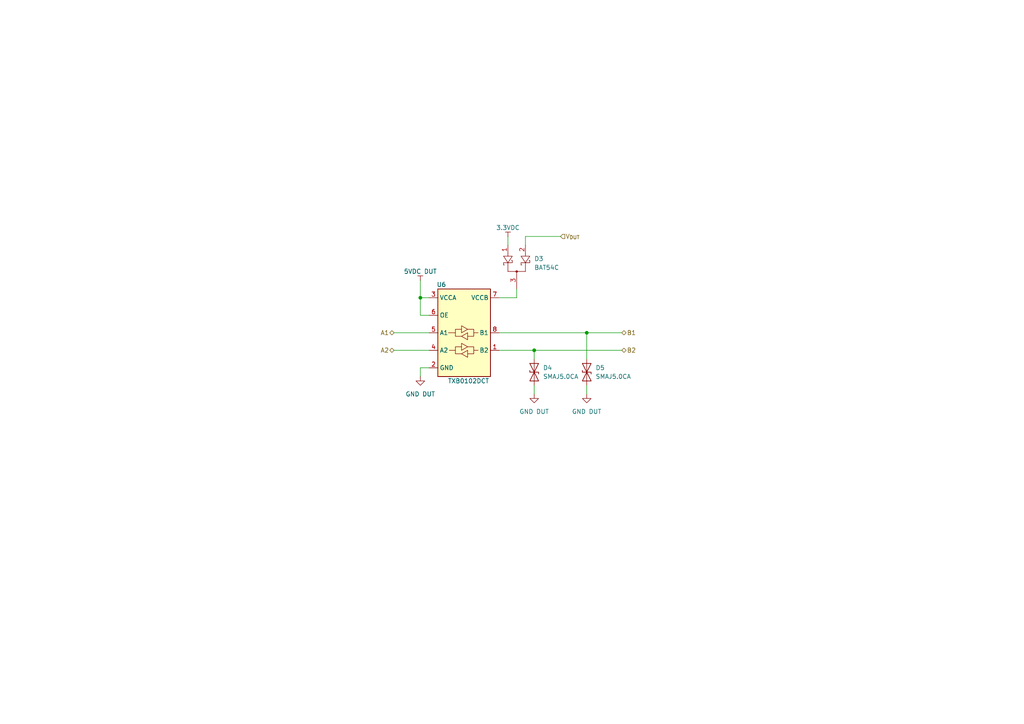
<source format=kicad_sch>
(kicad_sch (version 20231120) (generator "eeschema") (generator_version "8.0")
  (paper "A4")
  (lib_symbols
    (symbol "Diode:SMAJ5.0CA" (pin_numbers hide) (pin_names (offset 1.016) hide)
      (property "Reference" "D" (at 0 2.54 0))
      (property "Value" "SMAJ5.0CA" (at 0 -2.54 0))
      (symbol "SMAJ5.0CA_0_1"
        (polyline (pts (xy 1.27 0) (xy -1.27 0)))
        (polyline (pts (xy -2.54 -1.27) (xy 0 0) (xy -2.54 1.27) (xy -2.54 -1.27)) (stroke (width 0.2032)))
        (polyline (pts (xy 0.508 1.27) (xy 0 1.27) (xy 0 -1.27) (xy -0.508 -1.27)) (stroke (width 0.2032)))
        (polyline (pts (xy 2.54 1.27) (xy 2.54 -1.27) (xy 0 0) (xy 2.54 1.27)) (stroke (width 0.2032)))
      )
      (symbol "SMAJ5.0CA_1_1"
        (pin passive line (at -3.81 0 0) (length 2.54) (name "A1") (number "1"))
        (pin passive line (at 3.81 0 180) (length 2.54) (name "A2") (number "2"))
      )
    )
    (symbol "Logic_LevelTranslator:TXB0102DCT"
      (property "Reference" "U" (at -7.9659 13.97 0))
      (property "Value" "TXB0102DCT" (at 7.2741 -13.97 0))
      (symbol "TXB0102DCT_0_1"
        (rectangle (start -7.62 12.7) (end 7.62 -12.7) (stroke (width 0.254)) (fill (type background)))
        (polyline (pts (xy -2.54 -5.08) (xy -2.54 -4.064) (xy -0.762 -4.064)))
        (polyline (pts (xy -2.54 0) (xy -2.54 1.016) (xy -0.762 1.016)))
        (polyline (pts (xy 2.794 -5.08) (xy 2.794 -6.096) (xy 1.016 -6.096)))
        (polyline (pts (xy 2.794 0) (xy 2.794 -1.016) (xy 1.016 -1.016)))
        (polyline (pts (xy -0.762 -6.096) (xy -2.54 -6.096) (xy -2.54 -5.08) (xy -4.318 -5.08)))
        (polyline (pts (xy -0.762 -5.08) (xy -0.762 -3.048) (xy 1.016 -4.064) (xy -0.762 -5.08)) (fill (type background)))
        (polyline (pts (xy -0.762 -1.016) (xy -2.54 -1.016) (xy -2.54 0) (xy -4.572 0)))
        (polyline (pts (xy -0.762 0) (xy -0.762 2.032) (xy 1.016 1.016) (xy -0.762 0)))
        (polyline (pts (xy 1.016 -5.08) (xy 1.016 -7.112) (xy -0.762 -6.096) (xy 1.016 -5.08)))
        (polyline (pts (xy 1.016 -4.064) (xy 2.794 -4.064) (xy 2.794 -5.08) (xy 4.064 -5.08)))
        (polyline (pts (xy 1.016 1.016) (xy 2.794 1.016) (xy 2.794 0) (xy 4.064 0)))
        (polyline (pts (xy 1.016 0) (xy 1.016 -1.778) (xy 1.016 -2.032) (xy -0.762 -1.016) (xy 1.016 0)))
      )
      (symbol "TXB0102DCT_1_1"
        (pin bidirectional line (at 10.16 -5.08 180) (length 2.54) (name "B2") (number "1"))
        (pin power_in line (at -10.16 -10.16 0) (length 2.54) (name "GND") (number "2"))
        (pin power_in line (at -10.16 10.16 0) (length 2.54) (name "VCCA") (number "3"))
        (pin bidirectional line (at -10.16 -5.08 0) (length 2.54) (name "A2") (number "4"))
        (pin bidirectional line (at -10.16 0 0) (length 2.54) (name "A1") (number "5"))
        (pin input line (at -10.16 5.08 0) (length 2.54) (name "OE") (number "6"))
        (pin power_in line (at 10.16 10.16 180) (length 2.54) (name "VCCB") (number "7"))
        (pin bidirectional line (at 10.16 0 180) (length 2.54) (name "B1") (number "8"))
      )
    )
    (symbol "Prototype Schematic Symbols - Isolated ComPort:5VDC" (power) (pin_numbers hide) (pin_names (offset 0) hide)
      (property "Value" "5VDC" (at 0 2.54 0))
      (symbol "5VDC_0_0"
        (pin power_in line (at 0 0 90) (length 0) (name "~") (number "1"))
      )
      (symbol "5VDC_0_1"
        (polyline (pts (xy 0 0) (xy 0 1.27) (xy 0.762 1.27) (xy 0 1.27) (xy -0.762 1.27) (xy 0 1.27)) (fill (type outline)))
      )
    )
    (symbol "Prototype Schematic Symbols - Isolated ComPort:BAT54C" (pin_names (offset 1.016))
      (property "Reference" "D" (at 5.08 3.81 0))
      (property "Value" "BAT54C" (at 5.08 1.905 0))
      (symbol "BAT54C_0_1"
        (polyline (pts (xy -3.81 1.905) (xy -3.556 1.905)))
        (polyline (pts (xy -3.81 2.54) (xy -3.81 1.905)))
        (polyline (pts (xy -2.54 0) (xy 2.54 0)))
        (polyline (pts (xy -2.54 2.54) (xy -2.54 0)))
        (polyline (pts (xy -2.54 5.08) (xy -2.54 4.445)))
        (polyline (pts (xy -1.27 2.54) (xy -3.81 2.54)))
        (polyline (pts (xy -1.27 2.54) (xy -1.27 3.175)))
        (polyline (pts (xy -1.27 3.175) (xy -1.524 3.175)))
        (polyline (pts (xy 1.27 1.905) (xy 1.524 1.905)))
        (polyline (pts (xy 1.27 2.54) (xy 1.27 1.905)))
        (polyline (pts (xy 2.54 2.54) (xy 2.54 0)))
        (polyline (pts (xy 2.54 5.08) (xy 2.54 4.445)))
        (polyline (pts (xy 3.81 2.54) (xy 1.27 2.54)))
        (polyline (pts (xy 3.81 2.54) (xy 3.81 3.175)))
        (polyline (pts (xy 3.81 3.175) (xy 3.556 3.175)))
        (polyline (pts (xy -3.81 4.445) (xy -1.27 4.445) (xy -2.54 2.54) (xy -3.81 4.445)))
        (polyline (pts (xy 1.27 4.445) (xy 3.81 4.445) (xy 2.54 2.54) (xy 1.27 4.445)))
        (circle (center 0 0) (radius 0.254) (fill (type outline)))
      )
      (symbol "BAT54C_1_1"
        (pin passive line (at -2.54 7.62 270) (length 2.54) (name "~") (number "1"))
        (pin passive line (at 2.54 7.62 270) (length 2.54) (name "~") (number "2"))
        (pin passive line (at 0 -5.08 90) (length 5.08) (name "~") (number "3"))
      )
    )
    (symbol "power:GND" (power) (pin_numbers hide) (pin_names (offset 0) hide)
      (property "Value" "GND" (at 0 -3.81 0))
      (symbol "GND_0_1"
        (polyline (pts (xy 0 0) (xy 0 -1.27) (xy 1.27 -1.27) (xy 0 -2.54) (xy -1.27 -1.27) (xy 0 -1.27)))
      )
      (symbol "GND_1_1"
        (pin power_in line (at 0 0 270) (length 0) (name "~") (number "1"))
      )
    )
  )
  (junction (at 170.18 96.52))
  (junction (at 121.92 86.36))
  (junction (at 154.94 101.6))
  (wire (pts (xy 154.94 111.76) (xy 154.94 114.3)))
  (wire (pts (xy 152.4 68.58) (xy 162.56 68.58)))
  (wire (pts (xy 147.32 71.12) (xy 147.32 68.58)))
  (wire (pts (xy 121.92 86.36) (xy 124.46 86.36)))
  (wire (pts (xy 170.18 96.52) (xy 170.18 104.14)))
  (wire (pts (xy 149.86 83.82) (xy 149.86 86.36)))
  (wire (pts (xy 121.92 81.28) (xy 121.92 86.36)))
  (wire (pts (xy 114.3 101.6) (xy 124.46 101.6)))
  (wire (pts (xy 121.92 86.36) (xy 121.92 91.44)))
  (wire (pts (xy 144.78 101.6) (xy 154.94 101.6)))
  (wire (pts (xy 121.92 106.68) (xy 124.46 106.68)))
  (wire (pts (xy 152.4 68.58) (xy 152.4 71.12)))
  (wire (pts (xy 121.92 106.68) (xy 121.92 109.22)))
  (wire (pts (xy 144.78 96.52) (xy 170.18 96.52)))
  (wire (pts (xy 124.46 91.44) (xy 121.92 91.44)))
  (wire (pts (xy 170.18 96.52) (xy 180.34 96.52)))
  (wire (pts (xy 154.94 101.6) (xy 154.94 104.14)))
  (wire (pts (xy 144.78 86.36) (xy 149.86 86.36)))
  (wire (pts (xy 170.18 111.76) (xy 170.18 114.3)))
  (wire (pts (xy 154.94 101.6) (xy 180.34 101.6)))
  (wire (pts (xy 114.3 96.52) (xy 124.46 96.52)))
  (hierarchical_label "V_{DUT}" (shape input) (at 162.56 68.58 0))
  (hierarchical_label "B2" (shape bidirectional) (at 180.34 101.6 0))
  (hierarchical_label "A1" (shape bidirectional) (at 114.3 96.52 180))
  (hierarchical_label "B1" (shape bidirectional) (at 180.34 96.52 0))
  (hierarchical_label "A2" (shape bidirectional) (at 114.3 101.6 180))
  (symbol (lib_id "Diode:SMAJ5.0CA") (at 170.18 107.95 270) (unit 1)
    (property "Reference" "D5" (at 172.72 106.6799 90) (effects (justify left)))
    (property "Value" "SMAJ5.0CA" (at 172.72 109.2199 90) (effects (justify left)))
    (property "Footprint" "Diode_SMD:D_SMA" (effects (hide yes)))
    (property "Datasheet" "https://www.littelfuse.com/media?resourcetype=datasheets&itemid=75e32973-b177-4ee3-a0ff-cedaf1abdb93&filename=smaj-datasheet" (effects (hide yes)))
    (property "Description" "400W bidirectional Transient Voltage Suppressor, 5.0Vr, SMA(DO-214AC)" (effects (hide yes)))
  )
  (symbol (lib_id "Diode:SMAJ5.0CA") (at 154.94 107.95 270) (unit 1)
    (property "Reference" "D4" (at 157.48 106.6799 90) (effects (justify left)))
    (property "Value" "SMAJ5.0CA" (at 157.48 109.2199 90) (effects (justify left)))
    (property "Footprint" "Diode_SMD:D_SMA" (effects (hide yes)))
    (property "Datasheet" "https://www.littelfuse.com/media?resourcetype=datasheets&itemid=75e32973-b177-4ee3-a0ff-cedaf1abdb93&filename=smaj-datasheet" (effects (hide yes)))
    (property "Description" "400W bidirectional Transient Voltage Suppressor, 5.0Vr, SMA(DO-214AC)" (effects (hide yes)))
  )
  (symbol (lib_id "Prototype Schematic Symbols - Isolated ComPort:5VDC") (at 147.32 68.58 0) (unit 1)
    (property "Reference" "#PWR035" (effects (hide yes)))
    (property "Value" "3.3VDC" (at 147.32 66.04 0))
    (property "Description" "Power symbol creates a global label with name \"5VDC\"" (effects (hide yes)))
  )
  (symbol (lib_id "Prototype Schematic Symbols - Isolated ComPort:BAT54C") (at 149.86 78.74 0) (unit 1)
    (property "Reference" "D3" (at 154.94 75.0569 0) (effects (justify left)))
    (property "Value" "BAT54C" (at 154.94 77.5969 0) (effects (justify left)))
    (property "Footprint" "Package_TO_SOT_SMD:SOT-23" (effects (hide yes)))
    (property "Datasheet" "http://www.diodes.com/_files/datasheets/ds11005.pdf" (effects (hide yes)))
    (property "Description" "dual schottky barrier diode, common cathode" (effects (hide yes)))
  )
  (symbol (lib_id "power:GND") (at 154.94 114.3 0) (unit 1)
    (property "Reference" "#PWR036" (effects (hide yes)))
    (property "Value" "GND DUT" (at 154.94 119.38 0))
    (property "Description" "Power symbol creates a global label with name \"GND\" , ground" (effects (hide yes)))
  )
  (symbol (lib_id "Logic_LevelTranslator:TXB0102DCT") (at 134.62 96.52 0) (unit 1)
    (property "Reference" "U6" (at 126.6541 82.55 0) (effects (justify left)))
    (property "Value" "TXB0102DCT" (at 141.8941 110.49 0) (effects (justify right)))
    (property "Footprint" "Package_SO:TSSOP-8_3x3mm_P0.65mm" (effects (hide yes)))
    (property "Datasheet" "http://www.ti.com/lit/ds/symlink/txb0102.pdf" (effects (hide yes)))
    (property "Description" "2-Bit Bidirectional Voltage-Level Translator in TSSOP Package With Auto Direction Sensing and ±15-kV ESD Protection" (effects (hide yes)))
  )
  (symbol (lib_id "power:GND") (at 170.18 114.3 0) (unit 1)
    (property "Reference" "#PWR037" (effects (hide yes)))
    (property "Value" "GND DUT" (at 170.18 119.38 0))
    (property "Description" "Power symbol creates a global label with name \"GND\" , ground" (effects (hide yes)))
  )
  (symbol (lib_id "Prototype Schematic Symbols - Isolated ComPort:5VDC") (at 121.92 81.28 0) (unit 1)
    (property "Reference" "#PWR033" (effects (hide yes)))
    (property "Value" "5VDC DUT" (at 121.92 78.74 0))
    (property "Description" "Power symbol creates a global label with name \"5VDC\"" (effects (hide yes)))
  )
  (symbol (lib_id "power:GND") (at 121.92 109.22 0) (unit 1)
    (property "Reference" "#PWR034" (effects (hide yes)))
    (property "Value" "GND DUT" (at 121.92 114.3 0))
    (property "Description" "Power symbol creates a global label with name \"GND\" , ground" (effects (hide yes)))
  )
)
</source>
